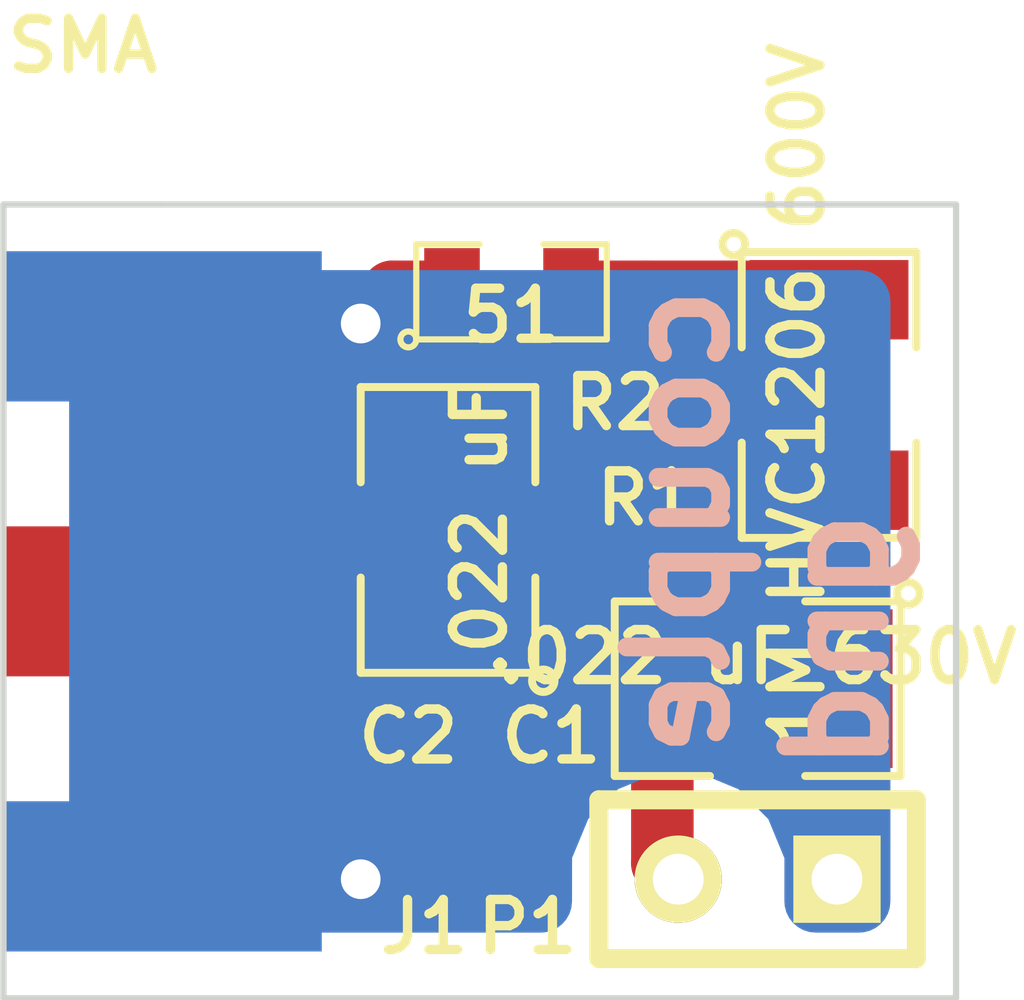
<source format=kicad_pcb>
(kicad_pcb (version 3) (host pcbnew "(2014-03-19 BZR 4756)-product")

  (general
    (links 10)
    (no_connects 0)
    (area 138.801 94.846 157.713049 112.649)
    (thickness 1.6)
    (drawings 7)
    (tracks 24)
    (zones 0)
    (modules 6)
    (nets 6)
  )

  (page A4)
  (layers
    (15 F.Cu signal)
    (0 B.Cu signal)
    (16 B.Adhes user)
    (17 F.Adhes user)
    (18 B.Paste user)
    (19 F.Paste user)
    (20 B.SilkS user)
    (21 F.SilkS user)
    (22 B.Mask user)
    (23 F.Mask user)
    (24 Dwgs.User user)
    (25 Cmts.User user)
    (26 Eco1.User user)
    (27 Eco2.User user)
    (28 Edge.Cuts user)
  )

  (setup
    (last_trace_width 0.254)
    (user_trace_width 1)
    (trace_clearance 0.254)
    (zone_clearance 1)
    (zone_45_only no)
    (trace_min 0.254)
    (segment_width 0.2)
    (edge_width 0.1)
    (via_size 0.889)
    (via_drill 0.635)
    (via_min_size 0.889)
    (via_min_drill 0.508)
    (uvia_size 0.508)
    (uvia_drill 0.127)
    (uvias_allowed no)
    (uvia_min_size 0.508)
    (uvia_min_drill 0.127)
    (pcb_text_width 0.3)
    (pcb_text_size 1.5 1.5)
    (mod_edge_width 0.15)
    (mod_text_size 0.8 0.8)
    (mod_text_width 0.15)
    (pad_size 1.5 1.5)
    (pad_drill 0.6)
    (pad_to_mask_clearance 0)
    (aux_axis_origin 0 0)
    (visible_elements FFFEFF7F)
    (pcbplotparams
      (layerselection 284196865)
      (usegerberextensions true)
      (excludeedgelayer true)
      (linewidth 0.150000)
      (plotframeref false)
      (viasonmask false)
      (mode 1)
      (useauxorigin false)
      (hpglpennumber 1)
      (hpglpenspeed 20)
      (hpglpendiameter 15)
      (hpglpenoverlay 2)
      (psnegative false)
      (psa4output false)
      (plotreference true)
      (plotvalue false)
      (plotothertext true)
      (plotinvisibletext false)
      (padsonsilk false)
      (subtractmaskfromsilk false)
      (outputformat 1)
      (mirror false)
      (drillshape 0)
      (scaleselection 1)
      (outputdirectory gerbs/))
  )

  (net 0 "")
  (net 1 "Net-(C1-Pad1)")
  (net 2 "Net-(C1-Pad2)")
  (net 3 "Net-(C2-Pad1)")
  (net 4 "Net-(C2-Pad2)")
  (net 5 GND)

  (net_class Default "This is the default net class."
    (clearance 0.254)
    (trace_width 0.254)
    (via_dia 0.889)
    (via_drill 0.635)
    (uvia_dia 0.508)
    (uvia_drill 0.127)
    (add_net GND)
    (add_net "Net-(C1-Pad1)")
    (add_net "Net-(C1-Pad2)")
    (add_net "Net-(C2-Pad1)")
    (add_net "Net-(C2-Pad2)")
  )

  (module SMD_Packages:SMD-1210 (layer F.Cu) (tedit 54DE6A82) (tstamp 540620F5)
    (at 151.13 106.172 180)
    (tags "CMS SM")
    (path /54061A17)
    (attr smd)
    (fp_text reference C1 (at 3.302 -0.762 180) (layer F.SilkS)
      (effects (font (size 0.8 0.8) (thickness 0.15)))
    )
    (fp_text value ".022 uF 630V" (at 0 0.508 180) (layer F.SilkS)
      (effects (font (size 0.8 0.8) (thickness 0.15)))
    )
    (fp_circle (center -2.413 1.524) (end -2.286 1.397) (layer F.SilkS) (width 0.127))
    (fp_line (start -0.762 -1.397) (end -2.286 -1.397) (layer F.SilkS) (width 0.127))
    (fp_line (start -2.286 -1.397) (end -2.286 1.397) (layer F.SilkS) (width 0.127))
    (fp_line (start -2.286 1.397) (end -0.762 1.397) (layer F.SilkS) (width 0.127))
    (fp_line (start 0.762 1.397) (end 2.286 1.397) (layer F.SilkS) (width 0.127))
    (fp_line (start 2.286 1.397) (end 2.286 -1.397) (layer F.SilkS) (width 0.127))
    (fp_line (start 2.286 -1.397) (end 0.762 -1.397) (layer F.SilkS) (width 0.127))
    (pad 1 smd rect (at -1.524 0 180) (size 1.27 2.54) (layers F.Cu F.Paste F.Mask)
      (net 1 "Net-(C1-Pad1)"))
    (pad 2 smd rect (at 1.524 0 180) (size 1.27 2.54) (layers F.Cu F.Paste F.Mask)
      (net 2 "Net-(C1-Pad2)"))
    (model smd/chip_cms.wrl
      (at (xyz 0 0 0))
      (scale (xyz 0.17 0.2 0.17))
      (rotate (xyz 0 0 0))
    )
  )

  (module SMD_Packages:SMD-1210 (layer F.Cu) (tedit 54DE6A7F) (tstamp 54062102)
    (at 146.177 103.632 90)
    (tags "CMS SM")
    (path /54061A05)
    (attr smd)
    (fp_text reference C2 (at -3.302 -0.635 180) (layer F.SilkS)
      (effects (font (size 0.8 0.8) (thickness 0.15)))
    )
    (fp_text value ".022 uF" (at 0 0.508 90) (layer F.SilkS)
      (effects (font (size 0.8 0.8) (thickness 0.15)))
    )
    (fp_circle (center -2.413 1.524) (end -2.286 1.397) (layer F.SilkS) (width 0.127))
    (fp_line (start -0.762 -1.397) (end -2.286 -1.397) (layer F.SilkS) (width 0.127))
    (fp_line (start -2.286 -1.397) (end -2.286 1.397) (layer F.SilkS) (width 0.127))
    (fp_line (start -2.286 1.397) (end -0.762 1.397) (layer F.SilkS) (width 0.127))
    (fp_line (start 0.762 1.397) (end 2.286 1.397) (layer F.SilkS) (width 0.127))
    (fp_line (start 2.286 1.397) (end 2.286 -1.397) (layer F.SilkS) (width 0.127))
    (fp_line (start 2.286 -1.397) (end 0.762 -1.397) (layer F.SilkS) (width 0.127))
    (pad 1 smd rect (at -1.524 0 90) (size 1.27 2.54) (layers F.Cu F.Paste F.Mask)
      (net 3 "Net-(C2-Pad1)"))
    (pad 2 smd rect (at 1.524 0 90) (size 1.27 2.54) (layers F.Cu F.Paste F.Mask)
      (net 4 "Net-(C2-Pad2)"))
    (model smd/chip_cms.wrl
      (at (xyz 0 0 0))
      (scale (xyz 0.17 0.2 0.17))
      (rotate (xyz 0 0 0))
    )
  )

  (module sma:sma (layer F.Cu) (tedit 54DE6A79) (tstamp 5406210B)
    (at 141.605 104.775)
    (path /540619BC)
    (fp_text reference J1 (at 4.191 5.207) (layer F.SilkS)
      (effects (font (size 0.8 0.8) (thickness 0.15)))
    )
    (fp_text value SMA (at -1.27 -8.89) (layer F.SilkS)
      (effects (font (size 0.8 0.8) (thickness 0.15)))
    )
    (pad 1 smd rect (at 0 0) (size 5.1 2.4) (layers F.Cu F.Paste F.Mask)
      (net 3 "Net-(C2-Pad1)"))
    (pad 2 smd rect (at 0 -4.4) (size 5.1 2.4) (layers F.Cu F.Paste F.Mask)
      (net 5 GND))
    (pad 3 smd rect (at 0 4.4) (size 5.1 2.4) (layers F.Cu F.Paste F.Mask)
      (net 5 GND))
    (pad 4 smd rect (at 0 4.4) (size 5.1 2.4) (layers B.Cu B.Paste B.Mask)
      (net 5 GND))
    (pad 5 smd rect (at 0 -4.4) (size 5.1 2.4) (layers B.Cu B.Paste B.Mask)
      (net 5 GND))
  )

  (module Connect:SIL-2 (layer F.Cu) (tedit 54DE6A76) (tstamp 54062115)
    (at 151.13 109.22 180)
    (descr "Connecteurs 2 pins")
    (tags "CONN DEV")
    (path /54061A8D)
    (fp_text reference P1 (at 3.683 -0.762 180) (layer F.SilkS)
      (effects (font (size 0.8 0.8) (thickness 0.15)))
    )
    (fp_text value CONN_2 (at 0 -2.54 180) (layer F.SilkS) hide
      (effects (font (size 0.8 0.8) (thickness 0.15)))
    )
    (fp_line (start -2.54 1.27) (end -2.54 -1.27) (layer F.SilkS) (width 0.3048))
    (fp_line (start -2.54 -1.27) (end 2.54 -1.27) (layer F.SilkS) (width 0.3048))
    (fp_line (start 2.54 -1.27) (end 2.54 1.27) (layer F.SilkS) (width 0.3048))
    (fp_line (start 2.54 1.27) (end -2.54 1.27) (layer F.SilkS) (width 0.3048))
    (pad 1 thru_hole rect (at -1.27 0 180) (size 1.397 1.397) (drill 0.8128) (layers *.Cu *.Mask F.SilkS)
      (net 5 GND))
    (pad 2 thru_hole circle (at 1.27 0 180) (size 1.397 1.397) (drill 0.8128) (layers *.Cu *.Mask F.SilkS)
      (net 2 "Net-(C1-Pad2)"))
  )

  (module SMD_Packages:SMD-1210 (layer F.Cu) (tedit 54DE6A61) (tstamp 54062122)
    (at 152.273 101.473 270)
    (tags "CMS SM")
    (path /54061A2E)
    (attr smd)
    (fp_text reference R1 (at 1.651 2.921 360) (layer F.SilkS)
      (effects (font (size 0.8 0.8) (thickness 0.15)))
    )
    (fp_text value "1M HVC1206 600V" (at 0 0.508 270) (layer F.SilkS)
      (effects (font (size 0.8 0.8) (thickness 0.15)))
    )
    (fp_circle (center -2.413 1.524) (end -2.286 1.397) (layer F.SilkS) (width 0.127))
    (fp_line (start -0.762 -1.397) (end -2.286 -1.397) (layer F.SilkS) (width 0.127))
    (fp_line (start -2.286 -1.397) (end -2.286 1.397) (layer F.SilkS) (width 0.127))
    (fp_line (start -2.286 1.397) (end -0.762 1.397) (layer F.SilkS) (width 0.127))
    (fp_line (start 0.762 1.397) (end 2.286 1.397) (layer F.SilkS) (width 0.127))
    (fp_line (start 2.286 1.397) (end 2.286 -1.397) (layer F.SilkS) (width 0.127))
    (fp_line (start 2.286 -1.397) (end 0.762 -1.397) (layer F.SilkS) (width 0.127))
    (pad 1 smd rect (at -1.524 0 270) (size 1.27 2.54) (layers F.Cu F.Paste F.Mask)
      (net 4 "Net-(C2-Pad2)"))
    (pad 2 smd rect (at 1.524 0 270) (size 1.27 2.54) (layers F.Cu F.Paste F.Mask)
      (net 1 "Net-(C1-Pad1)"))
    (model smd/chip_cms.wrl
      (at (xyz 0 0 0))
      (scale (xyz 0.17 0.2 0.17))
      (rotate (xyz 0 0 0))
    )
  )

  (module SMD_Packages:SMD-0805 (layer F.Cu) (tedit 54DE6A67) (tstamp 5406212F)
    (at 147.193 99.822)
    (path /54061A40)
    (attr smd)
    (fp_text reference R2 (at 1.651 1.778) (layer F.SilkS)
      (effects (font (size 0.8 0.8) (thickness 0.15)))
    )
    (fp_text value 51 (at 0 0.381) (layer F.SilkS)
      (effects (font (size 0.8 0.8) (thickness 0.15)))
    )
    (fp_circle (center -1.651 0.762) (end -1.651 0.635) (layer F.SilkS) (width 0.09906))
    (fp_line (start -0.508 0.762) (end -1.524 0.762) (layer F.SilkS) (width 0.09906))
    (fp_line (start -1.524 0.762) (end -1.524 -0.762) (layer F.SilkS) (width 0.09906))
    (fp_line (start -1.524 -0.762) (end -0.508 -0.762) (layer F.SilkS) (width 0.09906))
    (fp_line (start 0.508 -0.762) (end 1.524 -0.762) (layer F.SilkS) (width 0.09906))
    (fp_line (start 1.524 -0.762) (end 1.524 0.762) (layer F.SilkS) (width 0.09906))
    (fp_line (start 1.524 0.762) (end 0.508 0.762) (layer F.SilkS) (width 0.09906))
    (pad 1 smd rect (at -0.9525 0) (size 0.889 1.397) (layers F.Cu F.Paste F.Mask)
      (net 5 GND))
    (pad 2 smd rect (at 0.9525 0) (size 0.889 1.397) (layers F.Cu F.Paste F.Mask)
      (net 4 "Net-(C2-Pad2)"))
    (model smd/chip_cms.wrl
      (at (xyz 0 0 0))
      (scale (xyz 0.1 0.1 0.1))
      (rotate (xyz 0 0 0))
    )
  )

  (gr_text couple (at 149.86 103.505 90) (layer B.SilkS)
    (effects (font (size 1.5 1.5) (thickness 0.3)) (justify mirror))
  )
  (gr_text gnd (at 152.4 105.41 90) (layer B.SilkS)
    (effects (font (size 1.5 1.5) (thickness 0.3)) (justify mirror))
  )
  (gr_line (start 139.065 98.425) (end 141.605 98.425) (angle 90) (layer Edge.Cuts) (width 0.1))
  (gr_line (start 139.065 111.125) (end 139.065 98.425) (angle 90) (layer Edge.Cuts) (width 0.1))
  (gr_line (start 154.305 111.125) (end 139.065 111.125) (angle 90) (layer Edge.Cuts) (width 0.1))
  (gr_line (start 154.305 98.425) (end 154.305 111.125) (angle 90) (layer Edge.Cuts) (width 0.1))
  (gr_line (start 141.605 98.425) (end 154.305 98.425) (angle 90) (layer Edge.Cuts) (width 0.1))

  (segment (start 152.654 103.378) (end 152.273 102.997) (width 1) (layer F.Cu) (net 1) (tstamp 54DE6A22))
  (segment (start 152.654 106.172) (end 152.654 103.378) (width 1) (layer F.Cu) (net 1))
  (segment (start 149.606 106.172) (end 149.606 108.966) (width 1) (layer F.Cu) (net 2))
  (segment (start 149.606 108.966) (end 149.86 109.22) (width 1) (layer F.Cu) (net 2) (tstamp 54DAB0F7))
  (segment (start 141.986 105.156) (end 141.605 104.775) (width 1) (layer F.Cu) (net 3) (tstamp 54DAB0F0))
  (segment (start 143.51 104.775) (end 141.605 104.775) (width 1) (layer F.Cu) (net 3) (tstamp 54062269))
  (segment (start 144.272 104.775) (end 144.653 105.156) (width 1) (layer F.Cu) (net 3) (tstamp 54DE6A17))
  (segment (start 144.653 105.156) (end 146.177 105.156) (width 1) (layer F.Cu) (net 3) (tstamp 54DE6A18))
  (segment (start 141.605 104.775) (end 144.272 104.775) (width 1) (layer F.Cu) (net 3))
  (segment (start 152.146 99.822) (end 152.273 99.949) (width 1) (layer F.Cu) (net 4) (tstamp 54DE6A1E))
  (segment (start 149.352 99.822) (end 152.146 99.822) (width 1) (layer F.Cu) (net 4) (tstamp 54DE6A2A))
  (segment (start 148.1455 99.822) (end 149.352 99.822) (width 1) (layer F.Cu) (net 4))
  (segment (start 147.955 102.108) (end 148.463 102.108) (width 1) (layer F.Cu) (net 4) (tstamp 54DE6A25))
  (segment (start 148.463 102.108) (end 149.352 101.219) (width 1) (layer F.Cu) (net 4) (tstamp 54DE6A26))
  (segment (start 149.352 101.219) (end 149.352 99.822) (width 1) (layer F.Cu) (net 4) (tstamp 54DE6A27))
  (segment (start 146.177 102.108) (end 147.955 102.108) (width 1) (layer F.Cu) (net 4))
  (segment (start 144.735 109.175) (end 144.78 109.22) (width 1) (layer F.Cu) (net 5) (tstamp 54062297))
  (via (at 144.78 109.22) (size 0.889) (layers F.Cu B.Cu) (net 5))
  (segment (start 141.605 109.175) (end 144.735 109.175) (width 1) (layer F.Cu) (net 5))
  (segment (start 145.288 99.822) (end 144.78 100.33) (width 1) (layer F.Cu) (net 5) (tstamp 54DE6A1B))
  (segment (start 144.735 100.375) (end 141.605 100.375) (width 1) (layer F.Cu) (net 5))
  (via (at 144.78 100.33) (size 0.889) (layers F.Cu B.Cu) (net 5))
  (segment (start 144.735 100.375) (end 144.78 100.33) (width 1) (layer F.Cu) (net 5) (tstamp 540622A2))
  (segment (start 146.2405 99.822) (end 145.288 99.822) (width 1) (layer F.Cu) (net 5))

  (zone (net 5) (net_name GND) (layer B.Cu) (tstamp 5406227B) (hatch edge 0.508)
    (connect_pads yes (clearance 1))
    (min_thickness 1)
    (fill (arc_segments 16) (thermal_gap 5) (thermal_bridge_width 5))
    (polygon
      (pts
        (xy 139.065 98.425) (xy 139.065 111.125) (xy 154.305 111.125) (xy 154.305 98.425)
      )
    )
    (filled_polygon
      (pts
        (xy 152.755 109.575) (xy 152.05819 109.575) (xy 152.058881 108.78461) (xy 151.724884 107.976277) (xy 151.106976 107.357289)
        (xy 150.299227 107.021883) (xy 149.42461 107.021119) (xy 148.616277 107.355116) (xy 147.997289 107.973024) (xy 147.661883 108.780773)
        (xy 147.661189 109.575) (xy 140.615 109.575) (xy 140.615 99.975) (xy 141.605 99.975) (xy 152.755 99.975)
        (xy 152.755 109.575)
      )
    )
  )
)

</source>
